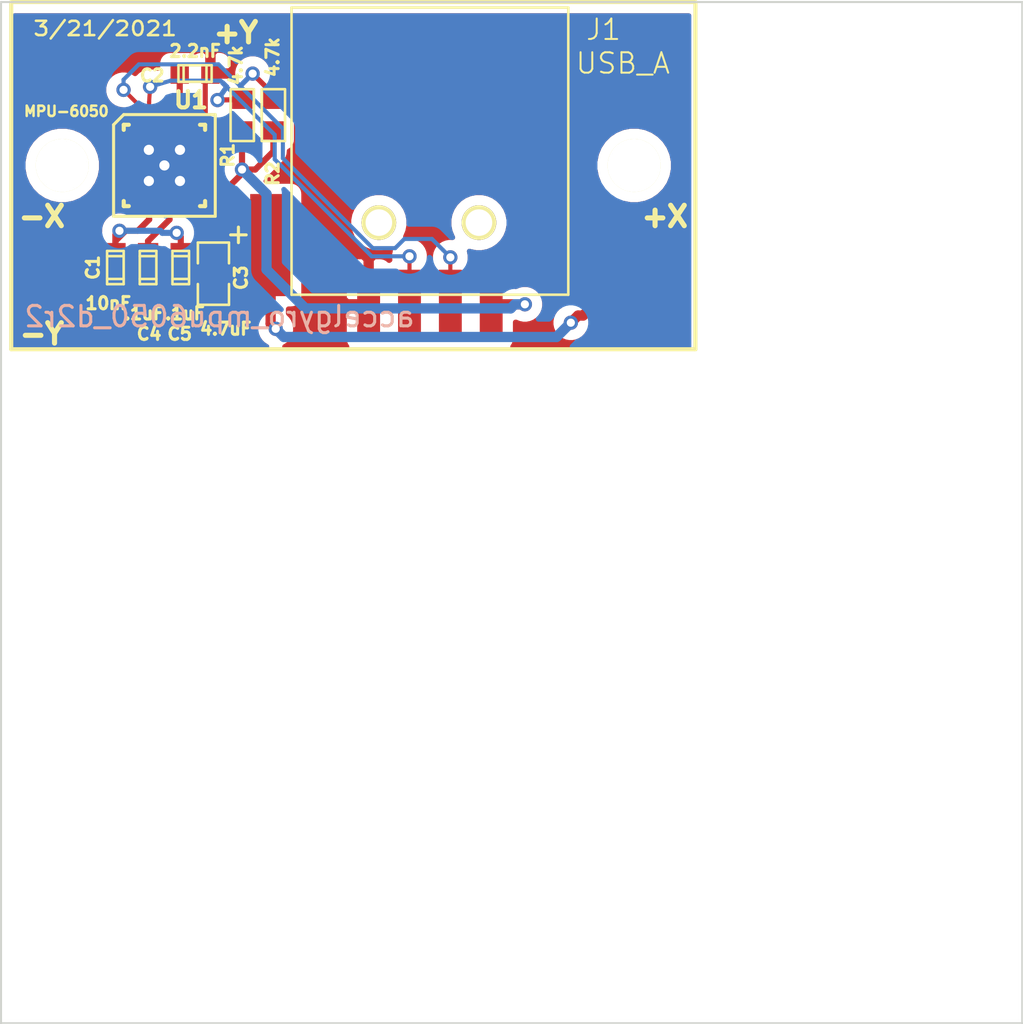
<source format=kicad_pcb>
(kicad_pcb (version 20171130) (host pcbnew 5.1.9-73d0e3b20d~88~ubuntu18.04.1)

  (general
    (thickness 1.6)
    (drawings 14)
    (tracks 118)
    (zones 0)
    (modules 11)
    (nets 8)
  )

  (page A)
  (layers
    (0 F.Cu signal)
    (31 B.Cu signal)
    (32 B.Adhes user)
    (33 F.Adhes user)
    (34 B.Paste user)
    (35 F.Paste user)
    (36 B.SilkS user)
    (37 F.SilkS user)
    (38 B.Mask user)
    (39 F.Mask user)
    (40 Dwgs.User user)
    (41 Cmts.User user)
    (42 Eco1.User user)
    (43 Eco2.User user)
    (44 Edge.Cuts user)
  )

  (setup
    (last_trace_width 0.5)
    (user_trace_width 0.1)
    (user_trace_width 0.15)
    (user_trace_width 0.2)
    (user_trace_width 0.25)
    (user_trace_width 0.3)
    (user_trace_width 0.35)
    (user_trace_width 0.4)
    (user_trace_width 0.5)
    (user_trace_width 0.6)
    (user_trace_width 0.7)
    (user_trace_width 0.8)
    (user_trace_width 1)
    (trace_clearance 0.05)
    (zone_clearance 0.5)
    (zone_45_only no)
    (trace_min 0.1)
    (via_size 0.7)
    (via_drill 0.4)
    (via_min_size 0.7)
    (via_min_drill 0.4)
    (uvia_size 0.4)
    (uvia_drill 0.127)
    (uvias_allowed no)
    (uvia_min_size 0.4)
    (uvia_min_drill 0.127)
    (edge_width 0.1)
    (segment_width 0.2)
    (pcb_text_width 0.3)
    (pcb_text_size 1.5 1.5)
    (mod_edge_width 0.15)
    (mod_text_size 1 1)
    (mod_text_width 0.15)
    (pad_size 0.6 0.6)
    (pad_drill 0.3)
    (pad_to_mask_clearance 0)
    (aux_axis_origin 0 0)
    (visible_elements 7FFFFFFF)
    (pcbplotparams
      (layerselection 0x010fc_ffffffff)
      (usegerberextensions true)
      (usegerberattributes false)
      (usegerberadvancedattributes false)
      (creategerberjobfile false)
      (excludeedgelayer true)
      (linewidth 0.150000)
      (plotframeref false)
      (viasonmask false)
      (mode 1)
      (useauxorigin false)
      (hpglpennumber 1)
      (hpglpenspeed 20)
      (hpglpendiameter 15.000000)
      (psnegative false)
      (psa4output false)
      (plotreference true)
      (plotvalue true)
      (plotinvisibletext false)
      (padsonsilk false)
      (subtractmaskfromsilk false)
      (outputformat 1)
      (mirror false)
      (drillshape 0)
      (scaleselection 1)
      (outputdirectory "PCB/"))
  )

  (net 0 "")
  (net 1 GND)
  (net 2 SCL)
  (net 3 SDA)
  (net 4 Vdd)
  (net 5 "Net-(C2-Pad1)")
  (net 6 "Net-(C4-Pad1)")
  (net 7 "Net-(J1-Pad5)")

  (net_class Default "This is the default net class."
    (clearance 0.05)
    (trace_width 0.5)
    (via_dia 0.7)
    (via_drill 0.4)
    (uvia_dia 0.4)
    (uvia_drill 0.127)
    (add_net GND)
    (add_net "Net-(C2-Pad1)")
    (add_net "Net-(C4-Pad1)")
    (add_net "Net-(J1-Pad5)")
    (add_net SCL)
    (add_net SDA)
    (add_net Vdd)
  )

  (module ted_holes:TED_Hole_2_6mm (layer F.Cu) (tedit 0) (tstamp 539CCC63)
    (at 138 100)
    (path /5365C78C)
    (fp_text reference H1 (at -0.05 -2.425) (layer F.SilkS) hide
      (effects (font (size 1 1) (thickness 0.15)))
    )
    (fp_text value HOLE (at 0.25 2.6) (layer F.SilkS) hide
      (effects (font (size 1 1) (thickness 0.15)))
    )
    (pad "" np_thru_hole circle (at 0 0) (size 2.6 2.6) (drill 2.6) (layers *.Cu *.Mask F.SilkS))
  )

  (module ted_holes:TED_Hole_2_6mm (layer F.Cu) (tedit 0) (tstamp 539CBF88)
    (at 166 100)
    (path /539CBE67)
    (fp_text reference H2 (at -0.05 -2.425) (layer F.SilkS) hide
      (effects (font (size 1 1) (thickness 0.15)))
    )
    (fp_text value HOLE (at 0.25 2.6) (layer F.SilkS) hide
      (effects (font (size 1 1) (thickness 0.15)))
    )
    (pad "" np_thru_hole circle (at 0 0) (size 2.6 2.6) (drill 2.6) (layers *.Cu *.Mask F.SilkS))
  )

  (module ted_capacitors:TED_SM0603_C (layer F.Cu) (tedit 5BF5AC07) (tstamp 566C9EAA)
    (at 140.6 105 270)
    (descr "SMT capacitor, 0603")
    (path /52959381)
    (fp_text reference C1 (at 0 1.1 270) (layer F.SilkS)
      (effects (font (size 0.6 0.6) (thickness 0.15)))
    )
    (fp_text value 10nF (at 1.75 0.35) (layer F.SilkS)
      (effects (font (size 0.6 0.6) (thickness 0.15)))
    )
    (fp_line (start -0.8128 0.4064) (end -0.8128 -0.4064) (layer F.SilkS) (width 0.127))
    (fp_line (start 0.8128 0.4064) (end -0.8128 0.4064) (layer F.SilkS) (width 0.127))
    (fp_line (start 0.8128 -0.4064) (end 0.8128 0.4064) (layer F.SilkS) (width 0.127))
    (fp_line (start -0.8128 -0.4064) (end 0.8128 -0.4064) (layer F.SilkS) (width 0.127))
    (fp_line (start -0.5588 -0.381) (end -0.5588 0.4064) (layer F.SilkS) (width 0.127))
    (fp_line (start 0.5588 0.4064) (end 0.5588 -0.4064) (layer F.SilkS) (width 0.127))
    (pad 2 smd rect (at 0.75184 0 270) (size 0.89916 1.00076) (layers F.Cu F.Paste F.Mask)
      (net 1 GND) (clearance 0.1))
    (pad 1 smd rect (at -0.75184 0 270) (size 0.89916 1.00076) (layers F.Cu F.Paste F.Mask)
      (net 4 Vdd) (clearance 0.1))
    (model smd/capacitors/c_0603.wrl
      (at (xyz 0 0 0))
      (scale (xyz 1 1 1))
      (rotate (xyz 0 0 0))
    )
  )

  (module ted_capacitors:TED_SM0603_C (layer F.Cu) (tedit 5BF5AA08) (tstamp 566C9EB5)
    (at 144.5 95.5)
    (descr "SMT capacitor, 0603")
    (path /57C66146)
    (fp_text reference C2 (at -2.1 0.1) (layer F.SilkS)
      (effects (font (size 0.6 0.6) (thickness 0.15)))
    )
    (fp_text value 2.2nF (at 0 -1.1 180) (layer F.SilkS)
      (effects (font (size 0.6 0.6) (thickness 0.15)))
    )
    (fp_line (start -0.8128 0.4064) (end -0.8128 -0.4064) (layer F.SilkS) (width 0.127))
    (fp_line (start 0.8128 0.4064) (end -0.8128 0.4064) (layer F.SilkS) (width 0.127))
    (fp_line (start 0.8128 -0.4064) (end 0.8128 0.4064) (layer F.SilkS) (width 0.127))
    (fp_line (start -0.8128 -0.4064) (end 0.8128 -0.4064) (layer F.SilkS) (width 0.127))
    (fp_line (start -0.5588 -0.381) (end -0.5588 0.4064) (layer F.SilkS) (width 0.127))
    (fp_line (start 0.5588 0.4064) (end 0.5588 -0.4064) (layer F.SilkS) (width 0.127))
    (pad 2 smd rect (at 0.75184 0) (size 0.89916 1.00076) (layers F.Cu F.Paste F.Mask)
      (net 1 GND) (clearance 0.1))
    (pad 1 smd rect (at -0.75184 0) (size 0.89916 1.00076) (layers F.Cu F.Paste F.Mask)
      (net 5 "Net-(C2-Pad1)") (clearance 0.1))
    (model smd/capacitors/c_0603.wrl
      (at (xyz 0 0 0))
      (scale (xyz 1 1 1))
      (rotate (xyz 0 0 0))
    )
  )

  (module ted_capacitors:TED_SM0603_C (layer F.Cu) (tedit 5BF5AC1D) (tstamp 566C9EC0)
    (at 142.2 105 270)
    (descr "SMT capacitor, 0603")
    (path /52A5541B)
    (fp_text reference C4 (at 3.25 -0.05) (layer F.SilkS)
      (effects (font (size 0.6 0.6) (thickness 0.15)))
    )
    (fp_text value .1uF (at 2.25 0.2) (layer F.SilkS)
      (effects (font (size 0.6 0.6) (thickness 0.15)))
    )
    (fp_line (start -0.8128 0.4064) (end -0.8128 -0.4064) (layer F.SilkS) (width 0.127))
    (fp_line (start 0.8128 0.4064) (end -0.8128 0.4064) (layer F.SilkS) (width 0.127))
    (fp_line (start 0.8128 -0.4064) (end 0.8128 0.4064) (layer F.SilkS) (width 0.127))
    (fp_line (start -0.8128 -0.4064) (end 0.8128 -0.4064) (layer F.SilkS) (width 0.127))
    (fp_line (start -0.5588 -0.381) (end -0.5588 0.4064) (layer F.SilkS) (width 0.127))
    (fp_line (start 0.5588 0.4064) (end 0.5588 -0.4064) (layer F.SilkS) (width 0.127))
    (pad 2 smd rect (at 0.75184 0 270) (size 0.89916 1.00076) (layers F.Cu F.Paste F.Mask)
      (net 1 GND) (clearance 0.1))
    (pad 1 smd rect (at -0.75184 0 270) (size 0.89916 1.00076) (layers F.Cu F.Paste F.Mask)
      (net 6 "Net-(C4-Pad1)") (clearance 0.1))
    (model smd/capacitors/c_0603.wrl
      (at (xyz 0 0 0))
      (scale (xyz 1 1 1))
      (rotate (xyz 0 0 0))
    )
  )

  (module ted_capacitors:TED_SM0603_C (layer F.Cu) (tedit 5BF5AC1A) (tstamp 57C79B6F)
    (at 143.8 105 270)
    (descr "SMT capacitor, 0603")
    (path /57C65F54)
    (fp_text reference C5 (at 3.25 0.05) (layer F.SilkS)
      (effects (font (size 0.6 0.6) (thickness 0.15)))
    )
    (fp_text value .1uF (at 2.25 -0.2) (layer F.SilkS)
      (effects (font (size 0.6 0.6) (thickness 0.15)))
    )
    (fp_line (start -0.8128 0.4064) (end -0.8128 -0.4064) (layer F.SilkS) (width 0.127))
    (fp_line (start 0.8128 0.4064) (end -0.8128 0.4064) (layer F.SilkS) (width 0.127))
    (fp_line (start 0.8128 -0.4064) (end 0.8128 0.4064) (layer F.SilkS) (width 0.127))
    (fp_line (start -0.8128 -0.4064) (end 0.8128 -0.4064) (layer F.SilkS) (width 0.127))
    (fp_line (start -0.5588 -0.381) (end -0.5588 0.4064) (layer F.SilkS) (width 0.127))
    (fp_line (start 0.5588 0.4064) (end 0.5588 -0.4064) (layer F.SilkS) (width 0.127))
    (pad 2 smd rect (at 0.75184 0 270) (size 0.89916 1.00076) (layers F.Cu F.Paste F.Mask)
      (net 1 GND) (clearance 0.1))
    (pad 1 smd rect (at -0.75184 0 270) (size 0.89916 1.00076) (layers F.Cu F.Paste F.Mask)
      (net 4 Vdd) (clearance 0.1))
    (model smd/capacitors/c_0603.wrl
      (at (xyz 0 0 0))
      (scale (xyz 1 1 1))
      (rotate (xyz 0 0 0))
    )
  )

  (module ted_ICs:TED_QFN24+1_NO_PASTE (layer F.Cu) (tedit 5BF5AA04) (tstamp 57C79B70)
    (at 143 100)
    (path /57C65137)
    (fp_text reference U1 (at 1.3 -3.2) (layer F.SilkS)
      (effects (font (size 0.8 0.8) (thickness 0.2)))
    )
    (fp_text value MPU-6050 (at -4.8 -2.65) (layer F.SilkS)
      (effects (font (size 0.5 0.5) (thickness 0.125)))
    )
    (fp_line (start 2.4892 -2.4892) (end 2.4892 2.4892) (layer F.SilkS) (width 0.14986))
    (fp_line (start 2.4892 2.4892) (end -2.4892 2.4892) (layer F.SilkS) (width 0.14986))
    (fp_line (start 1.99136 -1.99136) (end 1.99136 -1.74244) (layer F.SilkS) (width 0.20066))
    (fp_line (start 1.74244 -1.99136) (end 1.99136 -1.99136) (layer F.SilkS) (width 0.20066))
    (fp_line (start 1.99136 1.99136) (end 1.74244 1.99136) (layer F.SilkS) (width 0.20066))
    (fp_line (start 1.99136 1.74244) (end 1.99136 1.99136) (layer F.SilkS) (width 0.20066))
    (fp_line (start -1.99136 1.99136) (end -1.99136 1.74244) (layer F.SilkS) (width 0.20066))
    (fp_line (start -1.74244 1.99136) (end -1.99136 1.99136) (layer F.SilkS) (width 0.20066))
    (fp_line (start -1.99136 -1.99136) (end -1.74244 -1.99136) (layer F.SilkS) (width 0.20066))
    (fp_line (start -1.99136 -1.74244) (end -1.99136 -1.99136) (layer F.SilkS) (width 0.20066))
    (fp_line (start -2.4892 -1.99136) (end -1.99136 -2.4892) (layer F.SilkS) (width 0.14986))
    (fp_line (start -2.4892 -1.99136) (end -2.4892 2.4892) (layer F.SilkS) (width 0.14986))
    (fp_line (start -1.99136 -2.4892) (end 2.4892 -2.4892) (layer F.SilkS) (width 0.14986))
    (pad 25 smd rect (at 0 0 270) (size 2.49936 2.49936) (layers F.Cu F.Mask)
      (net 1 GND) (zone_connect 2))
    (pad 1 smd oval (at -1.99898 -1.24968) (size 0.8001 0.24892) (layers F.Cu F.Paste F.Mask)
      (net 1 GND))
    (pad 2 smd oval (at -1.99898 -0.7493) (size 0.8001 0.24892) (layers F.Cu F.Paste F.Mask))
    (pad 3 smd oval (at -1.99898 -0.24892) (size 0.8001 0.24892) (layers F.Cu F.Paste F.Mask))
    (pad 4 smd oval (at -1.99898 0.24892) (size 0.8001 0.24892) (layers F.Cu F.Paste F.Mask))
    (pad 5 smd oval (at -1.99898 0.7493) (size 0.8001 0.24892) (layers F.Cu F.Paste F.Mask))
    (pad 6 smd oval (at -1.99898 1.24968) (size 0.8001 0.24892) (layers F.Cu F.Paste F.Mask))
    (pad 7 smd oval (at -1.24968 1.99898 90) (size 0.8001 0.24892) (layers F.Cu F.Paste F.Mask))
    (pad 8 smd oval (at -0.7493 1.99898 90) (size 0.8001 0.24892) (layers F.Cu F.Paste F.Mask)
      (net 4 Vdd))
    (pad 9 smd oval (at -0.24892 1.99898 90) (size 0.8001 0.24892) (layers F.Cu F.Paste F.Mask)
      (net 1 GND))
    (pad 10 smd oval (at 0.24892 1.99898 90) (size 0.8001 0.24892) (layers F.Cu F.Paste F.Mask)
      (net 6 "Net-(C4-Pad1)"))
    (pad 11 smd oval (at 0.7493 1.99898 90) (size 0.8001 0.24892) (layers F.Cu F.Paste F.Mask)
      (net 1 GND))
    (pad 12 smd oval (at 1.24968 1.99898 90) (size 0.8001 0.24892) (layers F.Cu F.Paste F.Mask))
    (pad 13 smd oval (at 1.99898 1.24968 180) (size 0.8001 0.24892) (layers F.Cu F.Paste F.Mask)
      (net 4 Vdd))
    (pad 14 smd oval (at 1.99898 0.7493 180) (size 0.8001 0.24892) (layers F.Cu F.Paste F.Mask))
    (pad 15 smd oval (at 1.99898 0.24892 180) (size 0.8001 0.24892) (layers F.Cu F.Paste F.Mask))
    (pad 16 smd oval (at 1.99898 -0.24892 180) (size 0.8001 0.24892) (layers F.Cu F.Paste F.Mask))
    (pad 17 smd oval (at 1.99898 -0.7493 180) (size 0.8001 0.24892) (layers F.Cu F.Paste F.Mask))
    (pad 18 smd oval (at 1.99898 -1.24968 180) (size 0.8001 0.24892) (layers F.Cu F.Paste F.Mask)
      (net 1 GND))
    (pad 19 smd oval (at 1.24968 -1.99898 270) (size 0.8001 0.24892) (layers F.Cu F.Paste F.Mask))
    (pad 20 smd oval (at 0.7493 -1.99898 270) (size 0.8001 0.24892) (layers F.Cu F.Paste F.Mask)
      (net 5 "Net-(C2-Pad1)"))
    (pad 21 smd oval (at 0.24892 -1.99898 270) (size 0.8001 0.24892) (layers F.Cu F.Paste F.Mask))
    (pad 22 smd oval (at -0.24892 -1.99898 270) (size 0.8001 0.24892) (layers F.Cu F.Paste F.Mask))
    (pad 23 smd oval (at -0.7493 -1.99898 270) (size 0.8001 0.24892) (layers F.Cu F.Paste F.Mask)
      (net 2 SCL))
    (pad 24 smd oval (at -1.24968 -1.99898 270) (size 0.8001 0.24892) (layers F.Cu F.Paste F.Mask)
      (net 3 SDA))
    (pad 25 thru_hole circle (at 0 0 270) (size 0.6 0.6) (drill 0.5) (layers *.Cu)
      (net 1 GND) (zone_connect 2))
    (pad 25 thru_hole circle (at 0.762 -0.762 270) (size 0.6 0.6) (drill 0.5) (layers *.Cu)
      (net 1 GND) (zone_connect 2))
    (pad 25 thru_hole circle (at -0.762 -0.762 270) (size 0.6 0.6) (drill 0.5) (layers *.Cu)
      (net 1 GND) (zone_connect 2))
    (pad 25 thru_hole circle (at 0.762 0.762 270) (size 0.6 0.6) (drill 0.5) (layers *.Cu)
      (net 1 GND) (zone_connect 2))
    (pad 25 thru_hole circle (at -0.762 0.762 270) (size 0.6 0.6) (drill 0.5) (layers *.Cu)
      (net 1 GND) (zone_connect 2))
    (pad 25 smd rect (at 0 0 270) (size 2.49936 2.49936) (layers B.Cu B.Mask)
      (net 1 GND) (zone_connect 2))
    (model smd/qfn24.wrl
      (at (xyz 0 0 0))
      (scale (xyz 1 1 1))
      (rotate (xyz 0 0 0))
    )
  )

  (module ted_capacitors:TED_SM2012_0805_ELEC_C (layer F.Cu) (tedit 5BF5ABDC) (tstamp 593DCF3E)
    (at 145.4 105.3 270)
    (path /54A72EF7)
    (attr smd)
    (fp_text reference C3 (at 0.2 -1.35 270) (layer F.SilkS)
      (effects (font (size 0.6 0.6) (thickness 0.15)))
    )
    (fp_text value 4.7uF (at 2.7 -0.6 180) (layer F.SilkS)
      (effects (font (size 0.6 0.6) (thickness 0.15)))
    )
    (fp_line (start 1.524 0.762) (end 0.508 0.762) (layer F.SilkS) (width 0.127))
    (fp_line (start 1.524 -0.762) (end 1.524 0.762) (layer F.SilkS) (width 0.127))
    (fp_line (start 0.508 -0.762) (end 1.524 -0.762) (layer F.SilkS) (width 0.127))
    (fp_line (start -1.524 -0.762) (end -0.508 -0.762) (layer F.SilkS) (width 0.127))
    (fp_line (start -1.524 0.762) (end -1.524 -0.762) (layer F.SilkS) (width 0.127))
    (fp_line (start -0.508 0.762) (end -1.524 0.762) (layer F.SilkS) (width 0.127))
    (fp_text user + (at -1.9 -1.15 270) (layer F.SilkS)
      (effects (font (size 1 1) (thickness 0.15)))
    )
    (pad 1 smd rect (at -0.9525 0 270) (size 0.889 1.397) (layers F.Cu F.Paste F.Mask)
      (net 4 Vdd))
    (pad 2 smd rect (at 0.9525 0 270) (size 0.889 1.397) (layers F.Cu F.Paste F.Mask)
      (net 1 GND))
    (model smd/chip_cms.wrl
      (at (xyz 0 0 0))
      (scale (xyz 0.1 0.1 0.1))
      (rotate (xyz 0 0 0))
    )
  )

  (module ted_connectors:TED_USB_A_SMD (layer F.Cu) (tedit 57C90BF3) (tstamp 5FD1FC5E)
    (at 156 99.3 180)
    (path /60286078)
    (fp_text reference J1 (at -8.5 5.95) (layer F.SilkS)
      (effects (font (size 1.00076 1.00076) (thickness 0.09906)))
    )
    (fp_text value USB_A (at -9.45 4.3) (layer F.SilkS)
      (effects (font (size 1.00076 1.00076) (thickness 0.09906)))
    )
    (fp_line (start -6.775 -7.03) (end -6.775 7.03) (layer F.SilkS) (width 0.127))
    (fp_line (start 6.775 7.03) (end -6.775 7.03) (layer F.SilkS) (width 0.127))
    (fp_line (start 6.775 -7.03) (end 6.775 7.03) (layer F.SilkS) (width 0.127))
    (fp_line (start -6.775 -7.03) (end 6.775 -7.03) (layer F.SilkS) (width 0.127))
    (pad 5 smd rect (at 7.8 -4.6 180) (size 2 5) (layers F.Cu F.Paste F.Mask)
      (net 7 "Net-(J1-Pad5)"))
    (pad 5 smd rect (at -7.8 -4.6 180) (size 2 5) (layers F.Cu F.Paste F.Mask)
      (net 7 "Net-(J1-Pad5)"))
    (pad "" np_thru_hole circle (at 2.5 -3.5 180) (size 1.7 1.7) (drill 1.3) (layers *.Cu *.Mask F.SilkS))
    (pad 4 smd rect (at 3 -7.5 180) (size 1.12 3.39) (layers F.Cu F.Paste F.Mask)
      (net 1 GND))
    (pad 1 smd rect (at -3 -7.5 180) (size 1.12 3.39) (layers F.Cu F.Paste F.Mask)
      (net 4 Vdd))
    (pad 2 smd rect (at -1 -7.5 180) (size 1.12 3.39) (layers F.Cu F.Paste F.Mask)
      (net 3 SDA))
    (pad 3 smd rect (at 1 -7.5 180) (size 1.12 3.39) (layers F.Cu F.Paste F.Mask)
      (net 2 SCL))
    (pad "" np_thru_hole circle (at -2.4 -3.5 180) (size 1.7 1.7) (drill 1.3) (layers *.Cu *.Mask F.SilkS))
  )

  (module ted_resistors:TED_SM0603_R (layer F.Cu) (tedit 590515EF) (tstamp 6057E36C)
    (at 146.812 97.536 90)
    (descr "SMT resistor, 0603")
    (path /605EF2DE)
    (fp_text reference R1 (at -1.964 -0.712 90) (layer F.SilkS)
      (effects (font (size 0.6 0.6) (thickness 0.15)))
    )
    (fp_text value 4.7k (at 2.436 -0.312 90) (layer F.SilkS)
      (effects (font (size 0.6 0.6) (thickness 0.15)))
    )
    (fp_line (start 1.25 0.57) (end -1.25 0.57) (layer F.SilkS) (width 0.127))
    (fp_line (start -1.25 -0.57) (end 1.25 -0.57) (layer F.SilkS) (width 0.127))
    (fp_line (start 1.27 -0.57) (end 1.27 0.57) (layer F.SilkS) (width 0.127))
    (fp_line (start -1.27 -0.57) (end -1.27 0.57) (layer F.SilkS) (width 0.127))
    (pad 2 smd rect (at 0.75184 0 90) (size 0.89916 1.00076) (layers F.Cu F.Paste F.Mask)
      (net 2 SCL) (clearance 0.1))
    (pad 1 smd rect (at -0.75184 0 90) (size 0.89916 1.00076) (layers F.Cu F.Paste F.Mask)
      (net 4 Vdd) (clearance 0.1))
    (model smd/capacitors/c_0603.wrl
      (at (xyz 0 0 0))
      (scale (xyz 1 1 1))
      (rotate (xyz 0 0 0))
    )
  )

  (module ted_resistors:TED_SM0603_R (layer F.Cu) (tedit 590515EF) (tstamp 6057E376)
    (at 148.336 97.536 90)
    (descr "SMT resistor, 0603")
    (path /605F0043)
    (fp_text reference R2 (at -2.864 -0.036 90) (layer F.SilkS)
      (effects (font (size 0.6 0.6) (thickness 0.15)))
    )
    (fp_text value 4.7k (at 2.836 -0.036 90) (layer F.SilkS)
      (effects (font (size 0.6 0.6) (thickness 0.15)))
    )
    (fp_line (start -1.27 -0.57) (end -1.27 0.57) (layer F.SilkS) (width 0.127))
    (fp_line (start 1.27 -0.57) (end 1.27 0.57) (layer F.SilkS) (width 0.127))
    (fp_line (start -1.25 -0.57) (end 1.25 -0.57) (layer F.SilkS) (width 0.127))
    (fp_line (start 1.25 0.57) (end -1.25 0.57) (layer F.SilkS) (width 0.127))
    (pad 1 smd rect (at -0.75184 0 90) (size 0.89916 1.00076) (layers F.Cu F.Paste F.Mask)
      (net 4 Vdd) (clearance 0.1))
    (pad 2 smd rect (at 0.75184 0 90) (size 0.89916 1.00076) (layers F.Cu F.Paste F.Mask)
      (net 3 SDA) (clearance 0.1))
    (model smd/capacitors/c_0603.wrl
      (at (xyz 0 0 0))
      (scale (xyz 1 1 1))
      (rotate (xyz 0 0 0))
    )
  )

  (gr_text +Y (at 146.5 93.5) (layer F.SilkS) (tstamp 5BF5AB46)
    (effects (font (size 1 1) (thickness 0.25)))
  )
  (gr_line (start 169 92) (end 135.5 92) (angle 90) (layer F.SilkS) (width 0.2))
  (gr_line (start 169 109) (end 169 92) (angle 90) (layer F.SilkS) (width 0.2))
  (gr_line (start 135.5 109) (end 169 109) (angle 90) (layer F.SilkS) (width 0.2))
  (gr_line (start 135.5 92) (end 135.5 109) (angle 90) (layer F.SilkS) (width 0.2))
  (gr_line (start 135 142) (end 185 142) (angle 90) (layer Edge.Cuts) (width 0.1))
  (gr_line (start 185 92) (end 185 142) (angle 90) (layer Edge.Cuts) (width 0.1))
  (gr_line (start 135 92) (end 185 92) (angle 90) (layer Edge.Cuts) (width 0.1))
  (gr_line (start 135 92) (end 135 142) (angle 90) (layer Edge.Cuts) (width 0.1))
  (gr_text 3/21/2021 (at 140.1 93.3) (layer F.SilkS)
    (effects (font (size 0.7 0.8) (thickness 0.125)))
  )
  (gr_text -X (at 137 102.5) (layer F.SilkS)
    (effects (font (size 1 1) (thickness 0.25)))
  )
  (gr_text +X (at 167.5 102.5) (layer F.SilkS)
    (effects (font (size 1 1) (thickness 0.25)))
  )
  (gr_text -Y (at 137 108.25) (layer F.SilkS)
    (effects (font (size 1 1) (thickness 0.25)))
  )
  (gr_text accelgyro_mpu6050_d2r2 (at 145.7 107.4) (layer B.SilkS)
    (effects (font (size 1 1) (thickness 0.15)) (justify mirror))
  )

  (segment (start 144.24968 98.75032) (end 143 100) (width 0.3) (layer F.Cu) (net 1) (tstamp 5BF5A8A7) (status 30))
  (segment (start 141.75032 98.75032) (end 143 100) (width 0.3) (layer F.Cu) (net 1) (tstamp 5BF5A8A4) (status 30))
  (segment (start 143.14925 100) (end 143 100) (width 0.2) (layer F.Cu) (net 1) (status 30))
  (segment (start 144.39893 98.75032) (end 143.14925 100) (width 0.2) (layer F.Cu) (net 1) (status 20))
  (segment (start 144.99898 98.75032) (end 144.39893 98.75032) (width 0.2) (layer F.Cu) (net 1) (status 10))
  (segment (start 141.75032 98.75032) (end 142.238 99.238) (width 0.2) (layer F.Cu) (net 1) (status 30))
  (segment (start 141.00102 98.75032) (end 141.75032 98.75032) (width 0.2) (layer F.Cu) (net 1) (status 30))
  (segment (start 142.75108 100.24892) (end 143 100) (width 0.2) (layer F.Cu) (net 1) (status 30))
  (segment (start 142.75108 101.99898) (end 142.75108 100.24892) (width 0.2) (layer F.Cu) (net 1) (status 30))
  (segment (start 143.7493 100.7493) (end 143 100) (width 0.2) (layer F.Cu) (net 1) (status 30))
  (segment (start 143.7493 101.99898) (end 143.7493 100.7493) (width 0.2) (layer F.Cu) (net 1) (status 30))
  (segment (start 145.4 107.197) (end 145.4 106.2525) (width 0.5) (layer F.Cu) (net 1) (status 20))
  (segment (start 145.4 107.197) (end 145.147 107.45) (width 0.5) (layer F.Cu) (net 1))
  (segment (start 143.8 107.2) (end 143.8 105.75184) (width 0.5) (layer F.Cu) (net 1) (status 20))
  (segment (start 144.05 107.45) (end 143.8 107.2) (width 0.5) (layer F.Cu) (net 1))
  (segment (start 144.55 107.45) (end 144.05 107.45) (width 0.5) (layer F.Cu) (net 1))
  (segment (start 145.147 107.45) (end 144.55 107.45) (width 0.5) (layer F.Cu) (net 1))
  (segment (start 142.2 107.2) (end 142.2 105.75184) (width 0.5) (layer F.Cu) (net 1) (status 20))
  (segment (start 142.45 107.45) (end 142.2 107.2) (width 0.5) (layer F.Cu) (net 1))
  (segment (start 143.3 107.45) (end 142.45 107.45) (width 0.5) (layer F.Cu) (net 1))
  (segment (start 143.3 107.45) (end 141.25 107.45) (width 0.5) (layer F.Cu) (net 1))
  (segment (start 144.55 107.45) (end 143.3 107.45) (width 0.5) (layer F.Cu) (net 1))
  (segment (start 140.6 106.8) (end 140.6 105.75184) (width 0.5) (layer F.Cu) (net 1) (status 20))
  (segment (start 141.25 107.45) (end 140.6 106.8) (width 0.5) (layer F.Cu) (net 1))
  (segment (start 144.99898 95.75286) (end 145.25184 95.5) (width 0.25) (layer F.Cu) (net 1))
  (segment (start 144.99898 98.75032) (end 144.99898 95.75286) (width 0.25) (layer F.Cu) (net 1))
  (segment (start 141.00102 98.75032) (end 140.15032 98.75032) (width 0.25) (layer F.Cu) (net 1))
  (via (at 155 104.45) (size 0.7) (drill 0.4) (layers F.Cu B.Cu) (net 2))
  (segment (start 155 106.8) (end 155 104.45) (width 0.2) (layer F.Cu) (net 2) (status 10))
  (segment (start 142.3 96.15) (end 142.2507 96.8993) (width 0.2) (layer F.Cu) (net 2))
  (segment (start 153.15 104.45) (end 155 104.45) (width 0.2) (layer B.Cu) (net 2))
  (segment (start 142.2507 96.8993) (end 142.2507 98.00102) (width 0.2) (layer F.Cu) (net 2) (status 20))
  (segment (start 142.3 96.15) (end 143.3 95.85) (width 0.2) (layer B.Cu) (net 2))
  (via (at 142.3 96.15) (size 0.7) (drill 0.4) (layers F.Cu B.Cu) (net 2))
  (segment (start 148.4 98.5) (end 148.4 99.7) (width 0.2) (layer B.Cu) (net 2))
  (segment (start 148.4 99.7) (end 153.15 104.45) (width 0.2) (layer B.Cu) (net 2))
  (segment (start 143.3 95.85) (end 145.75 95.85) (width 0.2) (layer B.Cu) (net 2))
  (segment (start 145.75 95.85) (end 145.854 95.954) (width 0.2) (layer B.Cu) (net 2))
  (segment (start 145.854 95.954) (end 148.4 98.5) (width 0.2) (layer B.Cu) (net 2))
  (segment (start 146.05 96.15) (end 145.854 95.954) (width 0.25) (layer B.Cu) (net 2))
  (segment (start 145.6 96.8) (end 146.05 96.15) (width 0.25) (layer B.Cu) (net 2))
  (segment (start 146.31416 96.78416) (end 146.812 96.78416) (width 0.25) (layer F.Cu) (net 2))
  (via (at 145.6 96.8) (size 0.7) (drill 0.4) (layers F.Cu B.Cu) (net 2))
  (segment (start 145.6 96.8) (end 146.31416 96.78416) (width 0.25) (layer F.Cu) (net 2))
  (via (at 157 104.5) (size 0.7) (drill 0.4) (layers F.Cu B.Cu) (net 3))
  (segment (start 157 106.8) (end 157 104.5) (width 0.2) (layer F.Cu) (net 3) (status 10))
  (segment (start 157 104.5) (end 156.650001 104.150001) (width 0.2) (layer B.Cu) (net 3))
  (segment (start 156.650001 104.150001) (end 156.1 103.6) (width 0.2) (layer B.Cu) (net 3))
  (segment (start 156.1 103.6) (end 154.75 103.6) (width 0.2) (layer B.Cu) (net 3))
  (segment (start 154.75 103.6) (end 154.3 104.05) (width 0.2) (layer B.Cu) (net 3))
  (segment (start 154.3 104.05) (end 153.2 104.05) (width 0.2) (layer B.Cu) (net 3))
  (segment (start 153.2 104.05) (end 148.8 99.65) (width 0.2) (layer B.Cu) (net 3))
  (segment (start 148.8 99.65) (end 148.8 98.2) (width 0.2) (layer B.Cu) (net 3))
  (segment (start 145.65 95.05) (end 141.75 95.05) (width 0.2) (layer B.Cu) (net 3))
  (via (at 141 96.3) (size 0.7) (drill 0.4) (layers F.Cu B.Cu) (net 3))
  (segment (start 141.75 95.05) (end 141 95.8) (width 0.2) (layer B.Cu) (net 3))
  (segment (start 141 95.8) (end 141 96.3) (width 0.2) (layer B.Cu) (net 3))
  (segment (start 141.75032 97.05032) (end 141.75032 98.00102) (width 0.2) (layer F.Cu) (net 3) (status 20))
  (segment (start 141 96.3) (end 141.75032 97.05032) (width 0.2) (layer F.Cu) (net 3))
  (via (at 147.32 95.504) (size 0.7) (drill 0.4) (layers F.Cu B.Cu) (net 3))
  (segment (start 148.336 96.78416) (end 148.336 96.52) (width 0.25) (layer F.Cu) (net 3))
  (segment (start 148.336 96.52) (end 147.32 95.504) (width 0.25) (layer F.Cu) (net 3))
  (segment (start 148.8 98.2) (end 146.712 96.112) (width 0.2) (layer B.Cu) (net 3))
  (segment (start 147.32 95.504) (end 146.712 96.112) (width 0.25) (layer B.Cu) (net 3))
  (segment (start 146.712 96.112) (end 145.65 95.05) (width 0.2) (layer B.Cu) (net 3))
  (via (at 146.8 100.2) (size 0.7) (drill 0.4) (layers F.Cu B.Cu) (net 4))
  (segment (start 140.6 104.24816) (end 140.6 103.4) (width 0.3) (layer F.Cu) (net 4) (status 10))
  (segment (start 143.8 103.5) (end 143.8 104.24816) (width 0.3) (layer F.Cu) (net 4) (tstamp 5BF5A983) (status 20))
  (segment (start 143.6 103.3) (end 143.8 103.5) (width 0.3) (layer F.Cu) (net 4) (tstamp 5BF5A982))
  (via (at 143.6 103.3) (size 0.7) (drill 0.4) (layers F.Cu B.Cu) (net 4))
  (segment (start 142.9 103.3) (end 143.6 103.3) (width 0.3) (layer B.Cu) (net 4) (tstamp 5BF5A980))
  (segment (start 142.8 103.2) (end 142.9 103.3) (width 0.3) (layer B.Cu) (net 4) (tstamp 5BF5A97F))
  (segment (start 140.8 103.2) (end 142.8 103.2) (width 0.3) (layer B.Cu) (net 4) (tstamp 5BF5A97E))
  (via (at 140.8 103.2) (size 0.7) (drill 0.4) (layers F.Cu B.Cu) (net 4))
  (segment (start 140.6 103.4) (end 140.8 103.2) (width 0.3) (layer F.Cu) (net 4) (tstamp 5BF5A97C))
  (segment (start 144.99898 101.24968) (end 145.95032 101.24968) (width 0.3) (layer F.Cu) (net 4) (status 10))
  (segment (start 145.95032 101.24968) (end 146.9 100.3) (width 0.3) (layer F.Cu) (net 4) (tstamp 5BF5A897))
  (segment (start 140.6 103.7) (end 140.6 104.24816) (width 0.3) (layer F.Cu) (net 4) (tstamp 5BF5A760) (status 20))
  (segment (start 141.1 103.2) (end 140.6 103.7) (width 0.3) (layer F.Cu) (net 4) (tstamp 5BF5A75F))
  (segment (start 141.7 103.2) (end 141.1 103.2) (width 0.3) (layer F.Cu) (net 4) (tstamp 5BF5A75E))
  (segment (start 142.2507 102.6493) (end 141.7 103.2) (width 0.3) (layer F.Cu) (net 4) (tstamp 5BF5A75D))
  (segment (start 142.2507 101.99898) (end 142.2507 102.6493) (width 0.3) (layer F.Cu) (net 4) (status 10))
  (segment (start 143.89934 104.3475) (end 143.8 104.24816) (width 0.3) (layer F.Cu) (net 4) (tstamp 5BF5A756) (status 30))
  (segment (start 145.4 104.3475) (end 143.89934 104.3475) (width 0.3) (layer F.Cu) (net 4) (status 30))
  (segment (start 145.4 102.5) (end 145.4 104.3475) (width 0.3) (layer F.Cu) (net 4) (tstamp 5BF5A753) (status 20))
  (segment (start 144.99898 102.09898) (end 145.4 102.5) (width 0.3) (layer F.Cu) (net 4) (tstamp 5BF5A752))
  (segment (start 144.99898 101.24968) (end 144.99898 102.09898) (width 0.3) (layer F.Cu) (net 4) (status 10))
  (via (at 160.65 106.8) (size 0.7) (drill 0.4) (layers F.Cu B.Cu) (net 4))
  (segment (start 159 106.8) (end 160.65 106.8) (width 0.5) (layer F.Cu) (net 4) (status 10))
  (segment (start 160.155026 106.8) (end 159.955026 107) (width 0.5) (layer B.Cu) (net 4))
  (segment (start 160.65 106.8) (end 160.155026 106.8) (width 0.5) (layer B.Cu) (net 4))
  (segment (start 159.955026 107) (end 149.9 107) (width 0.5) (layer B.Cu) (net 4))
  (segment (start 149.9 107) (end 148 105.1) (width 0.5) (layer B.Cu) (net 4))
  (segment (start 148 101.4) (end 146.8 100.2) (width 0.5) (layer B.Cu) (net 4))
  (segment (start 148 105.1) (end 148 101.4) (width 0.5) (layer B.Cu) (net 4))
  (segment (start 146.8 98.324278) (end 146.824219 98.300059) (width 0.3) (layer F.Cu) (net 4))
  (segment (start 146.8 100.2) (end 146.8 98.324278) (width 0.3) (layer F.Cu) (net 4))
  (segment (start 146.8 100.2) (end 147.45 100.2) (width 0.3) (layer F.Cu) (net 4))
  (segment (start 148.336 99.314) (end 148.336 98.28784) (width 0.3) (layer F.Cu) (net 4))
  (segment (start 147.45 100.2) (end 148.336 99.314) (width 0.3) (layer F.Cu) (net 4))
  (segment (start 143.7493 95.50114) (end 143.74816 95.5) (width 0.3) (layer F.Cu) (net 5) (tstamp 5BF5A74F) (status 30))
  (segment (start 143.7493 98.00102) (end 143.7493 95.50114) (width 0.3) (layer F.Cu) (net 5) (status 30))
  (segment (start 142.2 103.7) (end 142.2 104.24816) (width 0.3) (layer F.Cu) (net 6) (tstamp 5BF5A75A) (status 20))
  (segment (start 143.24892 102.65108) (end 142.2 103.7) (width 0.3) (layer F.Cu) (net 6) (tstamp 5BF5A759))
  (segment (start 143.24892 101.99898) (end 143.24892 102.65108) (width 0.3) (layer F.Cu) (net 6) (status 10))
  (segment (start 148.2 106.9) (end 148.11001 106.98999) (width 0.5) (layer F.Cu) (net 7))
  (segment (start 148.2 103.9) (end 148.2 106.9) (width 0.5) (layer F.Cu) (net 7) (status 10))
  (via (at 148.45 108) (size 0.7) (drill 0.4) (layers F.Cu B.Cu) (net 7))
  (segment (start 148.2 106.9) (end 148.2 107.75) (width 0.5) (layer F.Cu) (net 7))
  (segment (start 148.2 107.75) (end 148.45 108) (width 0.5) (layer F.Cu) (net 7))
  (segment (start 148.45 108) (end 148.85 108.4) (width 0.5) (layer B.Cu) (net 7))
  (via (at 162.9 107.7) (size 0.7) (drill 0.4) (layers F.Cu B.Cu) (net 7))
  (segment (start 148.85 108.4) (end 162.2 108.4) (width 0.5) (layer B.Cu) (net 7))
  (segment (start 162.2 108.4) (end 162.9 107.7) (width 0.5) (layer B.Cu) (net 7))
  (segment (start 163.249999 107.350001) (end 163.500001 107.350001) (width 0.5) (layer F.Cu) (net 7))
  (segment (start 162.9 107.7) (end 163.249999 107.350001) (width 0.5) (layer F.Cu) (net 7))
  (segment (start 163.8 107.050002) (end 163.8 103.9) (width 0.5) (layer F.Cu) (net 7) (status 20))
  (segment (start 163.500001 107.350001) (end 163.8 107.050002) (width 0.5) (layer F.Cu) (net 7))

  (zone (net 1) (net_name GND) (layer B.Cu) (tstamp 60581B8B) (hatch edge 0.508)
    (connect_pads (clearance 0.5))
    (min_thickness 0.254)
    (fill yes (arc_segments 16) (thermal_gap 0.508) (thermal_bridge_width 0.508))
    (polygon
      (pts
        (xy 135.2 91.9) (xy 168.8 91.9) (xy 168.8 109) (xy 135.2 109)
      )
    )
    (filled_polygon
      (pts
        (xy 168.673 108.873) (xy 162.967265 108.873) (xy 163.212005 108.62826) (xy 163.362783 108.565806) (xy 163.522801 108.458885)
        (xy 163.658885 108.322801) (xy 163.765806 108.162783) (xy 163.839454 107.98498) (xy 163.877 107.796226) (xy 163.877 107.603774)
        (xy 163.839454 107.41502) (xy 163.765806 107.237217) (xy 163.658885 107.077199) (xy 163.522801 106.941115) (xy 163.362783 106.834194)
        (xy 163.18498 106.760546) (xy 162.996226 106.723) (xy 162.803774 106.723) (xy 162.61502 106.760546) (xy 162.437217 106.834194)
        (xy 162.277199 106.941115) (xy 162.141115 107.077199) (xy 162.034194 107.237217) (xy 161.97174 107.387995) (xy 161.836735 107.523)
        (xy 161.308686 107.523) (xy 161.408885 107.422801) (xy 161.515806 107.262783) (xy 161.589454 107.08498) (xy 161.627 106.896226)
        (xy 161.627 106.703774) (xy 161.589454 106.51502) (xy 161.515806 106.337217) (xy 161.408885 106.177199) (xy 161.272801 106.041115)
        (xy 161.112783 105.934194) (xy 160.93498 105.860546) (xy 160.746226 105.823) (xy 160.553774 105.823) (xy 160.36502 105.860546)
        (xy 160.214242 105.923) (xy 160.198105 105.923) (xy 160.155026 105.918757) (xy 159.983103 105.93569) (xy 159.817789 105.985838)
        (xy 159.665434 106.067273) (xy 159.59753 106.123) (xy 150.263266 106.123) (xy 148.877 104.736735) (xy 148.877 101.443069)
        (xy 148.881242 101.399999) (xy 148.877 101.35693) (xy 148.877 101.356921) (xy 148.86431 101.228078) (xy 148.848793 101.176925)
        (xy 152.610679 104.938812) (xy 152.633446 104.966554) (xy 152.744147 105.057403) (xy 152.870443 105.12491) (xy 153.007483 105.16648)
        (xy 153.114292 105.177) (xy 153.114294 105.177) (xy 153.149999 105.180517) (xy 153.185705 105.177) (xy 154.345314 105.177)
        (xy 154.377199 105.208885) (xy 154.537217 105.315806) (xy 154.71502 105.389454) (xy 154.903774 105.427) (xy 155.096226 105.427)
        (xy 155.28498 105.389454) (xy 155.462783 105.315806) (xy 155.622801 105.208885) (xy 155.758885 105.072801) (xy 155.865806 104.912783)
        (xy 155.939454 104.73498) (xy 155.977 104.546226) (xy 155.977 104.505133) (xy 156.023 104.551134) (xy 156.023 104.596226)
        (xy 156.060546 104.78498) (xy 156.134194 104.962783) (xy 156.241115 105.122801) (xy 156.377199 105.258885) (xy 156.537217 105.365806)
        (xy 156.71502 105.439454) (xy 156.903774 105.477) (xy 157.096226 105.477) (xy 157.28498 105.439454) (xy 157.462783 105.365806)
        (xy 157.622801 105.258885) (xy 157.758885 105.122801) (xy 157.865806 104.962783) (xy 157.939454 104.78498) (xy 157.977 104.596226)
        (xy 157.977 104.403774) (xy 157.939454 104.21502) (xy 157.935909 104.206461) (xy 157.969175 104.22024) (xy 158.254528 104.277)
        (xy 158.545472 104.277) (xy 158.830825 104.22024) (xy 159.099622 104.108901) (xy 159.341533 103.947261) (xy 159.547261 103.741533)
        (xy 159.708901 103.499622) (xy 159.82024 103.230825) (xy 159.877 102.945472) (xy 159.877 102.654528) (xy 159.82024 102.369175)
        (xy 159.708901 102.100378) (xy 159.547261 101.858467) (xy 159.341533 101.652739) (xy 159.099622 101.491099) (xy 158.830825 101.37976)
        (xy 158.545472 101.323) (xy 158.254528 101.323) (xy 157.969175 101.37976) (xy 157.700378 101.491099) (xy 157.458467 101.652739)
        (xy 157.252739 101.858467) (xy 157.091099 102.100378) (xy 156.97976 102.369175) (xy 156.923 102.654528) (xy 156.923 102.945472)
        (xy 156.97976 103.230825) (xy 157.091099 103.499622) (xy 157.108328 103.525407) (xy 157.096226 103.523) (xy 157.051134 103.523)
        (xy 156.639325 103.111193) (xy 156.616554 103.083446) (xy 156.505853 102.992597) (xy 156.379557 102.92509) (xy 156.242517 102.88352)
        (xy 156.135708 102.873) (xy 156.1 102.869483) (xy 156.064292 102.873) (xy 154.977 102.873) (xy 154.977 102.654528)
        (xy 154.92024 102.369175) (xy 154.808901 102.100378) (xy 154.647261 101.858467) (xy 154.441533 101.652739) (xy 154.199622 101.491099)
        (xy 153.930825 101.37976) (xy 153.645472 101.323) (xy 153.354528 101.323) (xy 153.069175 101.37976) (xy 152.800378 101.491099)
        (xy 152.558467 101.652739) (xy 152.352739 101.858467) (xy 152.226111 102.047978) (xy 149.98834 99.810207) (xy 164.073 99.810207)
        (xy 164.073 100.189793) (xy 164.147053 100.562085) (xy 164.292315 100.912777) (xy 164.503201 101.228391) (xy 164.771609 101.496799)
        (xy 165.087223 101.707685) (xy 165.437915 101.852947) (xy 165.810207 101.927) (xy 166.189793 101.927) (xy 166.562085 101.852947)
        (xy 166.912777 101.707685) (xy 167.228391 101.496799) (xy 167.496799 101.228391) (xy 167.707685 100.912777) (xy 167.852947 100.562085)
        (xy 167.927 100.189793) (xy 167.927 99.810207) (xy 167.852947 99.437915) (xy 167.707685 99.087223) (xy 167.496799 98.771609)
        (xy 167.228391 98.503201) (xy 166.912777 98.292315) (xy 166.562085 98.147053) (xy 166.189793 98.073) (xy 165.810207 98.073)
        (xy 165.437915 98.147053) (xy 165.087223 98.292315) (xy 164.771609 98.503201) (xy 164.503201 98.771609) (xy 164.292315 99.087223)
        (xy 164.147053 99.437915) (xy 164.073 99.810207) (xy 149.98834 99.810207) (xy 149.527 99.348868) (xy 149.527 98.235708)
        (xy 149.530517 98.2) (xy 149.51648 98.057482) (xy 149.47491 97.920443) (xy 149.407402 97.794146) (xy 149.339316 97.711182)
        (xy 149.316554 97.683446) (xy 149.288817 97.660683) (xy 147.911759 96.283627) (xy 147.942801 96.262885) (xy 148.078885 96.126801)
        (xy 148.185806 95.966783) (xy 148.259454 95.78898) (xy 148.297 95.600226) (xy 148.297 95.407774) (xy 148.259454 95.21902)
        (xy 148.185806 95.041217) (xy 148.078885 94.881199) (xy 147.942801 94.745115) (xy 147.782783 94.638194) (xy 147.60498 94.564546)
        (xy 147.416226 94.527) (xy 147.223774 94.527) (xy 147.03502 94.564546) (xy 146.857217 94.638194) (xy 146.697199 94.745115)
        (xy 146.561115 94.881199) (xy 146.540373 94.912241) (xy 146.189325 94.561193) (xy 146.166554 94.533446) (xy 146.055853 94.442597)
        (xy 145.929557 94.37509) (xy 145.792517 94.33352) (xy 145.685708 94.323) (xy 145.65 94.319483) (xy 145.614292 94.323)
        (xy 141.785707 94.323) (xy 141.749999 94.319483) (xy 141.607482 94.33352) (xy 141.575587 94.343195) (xy 141.470443 94.37509)
        (xy 141.344147 94.442597) (xy 141.233446 94.533446) (xy 141.210679 94.561189) (xy 140.511189 95.260679) (xy 140.483446 95.283447)
        (xy 140.392597 95.394148) (xy 140.354628 95.465183) (xy 140.32509 95.520444) (xy 140.293399 95.624915) (xy 140.241115 95.677199)
        (xy 140.134194 95.837217) (xy 140.060546 96.01502) (xy 140.023 96.203774) (xy 140.023 96.396226) (xy 140.060546 96.58498)
        (xy 140.134194 96.762783) (xy 140.241115 96.922801) (xy 140.377199 97.058885) (xy 140.537217 97.165806) (xy 140.71502 97.239454)
        (xy 140.903774 97.277) (xy 141.096226 97.277) (xy 141.28498 97.239454) (xy 141.462783 97.165806) (xy 141.622801 97.058885)
        (xy 141.734508 96.947178) (xy 141.837217 97.015806) (xy 142.01502 97.089454) (xy 142.203774 97.127) (xy 142.396226 97.127)
        (xy 142.58498 97.089454) (xy 142.762783 97.015806) (xy 142.922801 96.908885) (xy 143.058885 96.772801) (xy 143.135316 96.658415)
        (xy 143.406698 96.577) (xy 144.648217 96.577) (xy 144.623 96.703774) (xy 144.623 96.896226) (xy 144.660546 97.08498)
        (xy 144.734194 97.262783) (xy 144.841115 97.422801) (xy 144.977199 97.558885) (xy 145.137217 97.665806) (xy 145.31502 97.739454)
        (xy 145.503774 97.777) (xy 145.696226 97.777) (xy 145.88498 97.739454) (xy 146.062783 97.665806) (xy 146.222801 97.558885)
        (xy 146.326777 97.454909) (xy 147.673 98.801134) (xy 147.673001 99.664282) (xy 147.669483 99.7) (xy 147.675439 99.760474)
        (xy 147.665806 99.737217) (xy 147.558885 99.577199) (xy 147.422801 99.441115) (xy 147.262783 99.334194) (xy 147.08498 99.260546)
        (xy 146.896226 99.223) (xy 146.703774 99.223) (xy 146.51502 99.260546) (xy 146.337217 99.334194) (xy 146.177199 99.441115)
        (xy 146.041115 99.577199) (xy 145.934194 99.737217) (xy 145.860546 99.91502) (xy 145.823 100.103774) (xy 145.823 100.296226)
        (xy 145.860546 100.48498) (xy 145.934194 100.662783) (xy 146.041115 100.822801) (xy 146.177199 100.958885) (xy 146.337217 101.065806)
        (xy 146.487995 101.12826) (xy 147.123001 101.763266) (xy 147.123 105.05692) (xy 147.118757 105.1) (xy 147.123 105.143078)
        (xy 147.13569 105.271921) (xy 147.185838 105.437236) (xy 147.267273 105.589591) (xy 147.376867 105.723133) (xy 147.410332 105.750597)
        (xy 148.71663 107.056896) (xy 148.546226 107.023) (xy 148.353774 107.023) (xy 148.16502 107.060546) (xy 147.987217 107.134194)
        (xy 147.827199 107.241115) (xy 147.691115 107.377199) (xy 147.584194 107.537217) (xy 147.510546 107.71502) (xy 147.473 107.903774)
        (xy 147.473 108.096226) (xy 147.510546 108.28498) (xy 147.584194 108.462783) (xy 147.691115 108.622801) (xy 147.827199 108.758885)
        (xy 147.987217 108.865806) (xy 148.004585 108.873) (xy 135.677 108.873) (xy 135.677 103.103774) (xy 139.823 103.103774)
        (xy 139.823 103.296226) (xy 139.860546 103.48498) (xy 139.934194 103.662783) (xy 140.041115 103.822801) (xy 140.177199 103.958885)
        (xy 140.337217 104.065806) (xy 140.51502 104.139454) (xy 140.703774 104.177) (xy 140.896226 104.177) (xy 141.08498 104.139454)
        (xy 141.262783 104.065806) (xy 141.39569 103.977) (xy 142.518287 103.977) (xy 142.601216 104.021327) (xy 142.747681 104.065757)
        (xy 142.861834 104.077) (xy 142.861844 104.077) (xy 142.899999 104.080758) (xy 142.938155 104.077) (xy 143.00431 104.077)
        (xy 143.137217 104.165806) (xy 143.31502 104.239454) (xy 143.503774 104.277) (xy 143.696226 104.277) (xy 143.88498 104.239454)
        (xy 144.062783 104.165806) (xy 144.222801 104.058885) (xy 144.358885 103.922801) (xy 144.465806 103.762783) (xy 144.539454 103.58498)
        (xy 144.577 103.396226) (xy 144.577 103.203774) (xy 144.539454 103.01502) (xy 144.465806 102.837217) (xy 144.358885 102.677199)
        (xy 144.222801 102.541115) (xy 144.062783 102.434194) (xy 143.88498 102.360546) (xy 143.696226 102.323) (xy 143.503774 102.323)
        (xy 143.31502 102.360546) (xy 143.137217 102.434194) (xy 143.079434 102.472803) (xy 142.952319 102.434243) (xy 142.838166 102.423)
        (xy 142.838163 102.423) (xy 142.8 102.419241) (xy 142.761837 102.423) (xy 141.39569 102.423) (xy 141.262783 102.334194)
        (xy 141.08498 102.260546) (xy 140.896226 102.223) (xy 140.703774 102.223) (xy 140.51502 102.260546) (xy 140.337217 102.334194)
        (xy 140.177199 102.441115) (xy 140.041115 102.577199) (xy 139.934194 102.737217) (xy 139.860546 102.91502) (xy 139.823 103.103774)
        (xy 135.677 103.103774) (xy 135.677 99.810207) (xy 136.073 99.810207) (xy 136.073 100.189793) (xy 136.147053 100.562085)
        (xy 136.292315 100.912777) (xy 136.503201 101.228391) (xy 136.771609 101.496799) (xy 137.087223 101.707685) (xy 137.437915 101.852947)
        (xy 137.810207 101.927) (xy 138.189793 101.927) (xy 138.562085 101.852947) (xy 138.912777 101.707685) (xy 139.228391 101.496799)
        (xy 139.496799 101.228391) (xy 139.707685 100.912777) (xy 139.852947 100.562085) (xy 139.927 100.189793) (xy 139.927 99.810207)
        (xy 139.852947 99.437915) (xy 139.707685 99.087223) (xy 139.496799 98.771609) (xy 139.228391 98.503201) (xy 138.912777 98.292315)
        (xy 138.562085 98.147053) (xy 138.189793 98.073) (xy 137.810207 98.073) (xy 137.437915 98.147053) (xy 137.087223 98.292315)
        (xy 136.771609 98.503201) (xy 136.503201 98.771609) (xy 136.292315 99.087223) (xy 136.147053 99.437915) (xy 136.073 99.810207)
        (xy 135.677 99.810207) (xy 135.677 92.677) (xy 168.673 92.677)
      )
    )
  )
  (zone (net 1) (net_name GND) (layer F.Cu) (tstamp 60581B88) (hatch edge 0.508)
    (connect_pads (clearance 0.5))
    (min_thickness 0.254)
    (fill yes (arc_segments 16) (thermal_gap 0.508) (thermal_bridge_width 0.508))
    (polygon
      (pts
        (xy 135.2 91.9) (xy 135.2 109) (xy 168.8 109) (xy 168.8 91.9)
      )
    )
    (filled_polygon
      (pts
        (xy 168.673 108.873) (xy 160.060897 108.873) (xy 160.083853 108.845028) (xy 160.142075 108.736103) (xy 160.177927 108.617913)
        (xy 160.190033 108.495) (xy 160.190033 107.677) (xy 160.214242 107.677) (xy 160.36502 107.739454) (xy 160.553774 107.777)
        (xy 160.746226 107.777) (xy 160.93498 107.739454) (xy 161.112783 107.665806) (xy 161.20562 107.603774) (xy 161.923 107.603774)
        (xy 161.923 107.796226) (xy 161.960546 107.98498) (xy 162.034194 108.162783) (xy 162.141115 108.322801) (xy 162.277199 108.458885)
        (xy 162.437217 108.565806) (xy 162.61502 108.639454) (xy 162.803774 108.677) (xy 162.996226 108.677) (xy 163.18498 108.639454)
        (xy 163.362783 108.565806) (xy 163.522801 108.458885) (xy 163.658885 108.322801) (xy 163.74649 108.191691) (xy 163.837238 108.164163)
        (xy 163.989593 108.082728) (xy 164.123134 107.973134) (xy 164.150598 107.939668) (xy 164.389665 107.700601) (xy 164.423133 107.673135)
        (xy 164.532727 107.539594) (xy 164.614162 107.387239) (xy 164.64472 107.286502) (xy 164.66431 107.221925) (xy 164.681243 107.050002)
        (xy 164.679276 107.030033) (xy 164.8 107.030033) (xy 164.922913 107.017927) (xy 165.041103 106.982075) (xy 165.150028 106.923853)
        (xy 165.245501 106.845501) (xy 165.323853 106.750028) (xy 165.382075 106.641103) (xy 165.417927 106.522913) (xy 165.430033 106.4)
        (xy 165.430033 101.849682) (xy 165.437915 101.852947) (xy 165.810207 101.927) (xy 166.189793 101.927) (xy 166.562085 101.852947)
        (xy 166.912777 101.707685) (xy 167.228391 101.496799) (xy 167.496799 101.228391) (xy 167.707685 100.912777) (xy 167.852947 100.562085)
        (xy 167.927 100.189793) (xy 167.927 99.810207) (xy 167.852947 99.437915) (xy 167.707685 99.087223) (xy 167.496799 98.771609)
        (xy 167.228391 98.503201) (xy 166.912777 98.292315) (xy 166.562085 98.147053) (xy 166.189793 98.073) (xy 165.810207 98.073)
        (xy 165.437915 98.147053) (xy 165.087223 98.292315) (xy 164.771609 98.503201) (xy 164.503201 98.771609) (xy 164.292315 99.087223)
        (xy 164.147053 99.437915) (xy 164.073 99.810207) (xy 164.073 100.189793) (xy 164.147053 100.562085) (xy 164.233161 100.769967)
        (xy 162.8 100.769967) (xy 162.677087 100.782073) (xy 162.558897 100.817925) (xy 162.449972 100.876147) (xy 162.354499 100.954499)
        (xy 162.276147 101.049972) (xy 162.217925 101.158897) (xy 162.182073 101.277087) (xy 162.169967 101.4) (xy 162.169967 106.4)
        (xy 162.182073 106.522913) (xy 162.217925 106.641103) (xy 162.276147 106.750028) (xy 162.354499 106.845501) (xy 162.384028 106.869734)
        (xy 162.277199 106.941115) (xy 162.141115 107.077199) (xy 162.034194 107.237217) (xy 161.960546 107.41502) (xy 161.923 107.603774)
        (xy 161.20562 107.603774) (xy 161.272801 107.558885) (xy 161.408885 107.422801) (xy 161.515806 107.262783) (xy 161.589454 107.08498)
        (xy 161.627 106.896226) (xy 161.627 106.703774) (xy 161.589454 106.51502) (xy 161.515806 106.337217) (xy 161.408885 106.177199)
        (xy 161.272801 106.041115) (xy 161.112783 105.934194) (xy 160.93498 105.860546) (xy 160.746226 105.823) (xy 160.553774 105.823)
        (xy 160.36502 105.860546) (xy 160.214242 105.923) (xy 160.190033 105.923) (xy 160.190033 105.105) (xy 160.177927 104.982087)
        (xy 160.142075 104.863897) (xy 160.083853 104.754972) (xy 160.005501 104.659499) (xy 159.910028 104.581147) (xy 159.801103 104.522925)
        (xy 159.682913 104.487073) (xy 159.56 104.474967) (xy 158.44 104.474967) (xy 158.317087 104.487073) (xy 158.198897 104.522925)
        (xy 158.089972 104.581147) (xy 158 104.654984) (xy 157.97018 104.630512) (xy 157.977 104.596226) (xy 157.977 104.403774)
        (xy 157.939454 104.21502) (xy 157.935909 104.206461) (xy 157.969175 104.22024) (xy 158.254528 104.277) (xy 158.545472 104.277)
        (xy 158.830825 104.22024) (xy 159.099622 104.108901) (xy 159.341533 103.947261) (xy 159.547261 103.741533) (xy 159.708901 103.499622)
        (xy 159.82024 103.230825) (xy 159.877 102.945472) (xy 159.877 102.654528) (xy 159.82024 102.369175) (xy 159.708901 102.100378)
        (xy 159.547261 101.858467) (xy 159.341533 101.652739) (xy 159.099622 101.491099) (xy 158.830825 101.37976) (xy 158.545472 101.323)
        (xy 158.254528 101.323) (xy 157.969175 101.37976) (xy 157.700378 101.491099) (xy 157.458467 101.652739) (xy 157.252739 101.858467)
        (xy 157.091099 102.100378) (xy 156.97976 102.369175) (xy 156.923 102.654528) (xy 156.923 102.945472) (xy 156.97976 103.230825)
        (xy 157.091099 103.499622) (xy 157.108328 103.525407) (xy 157.096226 103.523) (xy 156.903774 103.523) (xy 156.71502 103.560546)
        (xy 156.537217 103.634194) (xy 156.377199 103.741115) (xy 156.241115 103.877199) (xy 156.134194 104.037217) (xy 156.060546 104.21502)
        (xy 156.023 104.403774) (xy 156.023 104.596226) (xy 156.02982 104.630512) (xy 156 104.654984) (xy 155.96163 104.623495)
        (xy 155.977 104.546226) (xy 155.977 104.353774) (xy 155.939454 104.16502) (xy 155.865806 103.987217) (xy 155.758885 103.827199)
        (xy 155.622801 103.691115) (xy 155.462783 103.584194) (xy 155.28498 103.510546) (xy 155.096226 103.473) (xy 154.903774 103.473)
        (xy 154.8124 103.491176) (xy 154.92024 103.230825) (xy 154.977 102.945472) (xy 154.977 102.654528) (xy 154.92024 102.369175)
        (xy 154.808901 102.100378) (xy 154.647261 101.858467) (xy 154.441533 101.652739) (xy 154.199622 101.491099) (xy 153.930825 101.37976)
        (xy 153.645472 101.323) (xy 153.354528 101.323) (xy 153.069175 101.37976) (xy 152.800378 101.491099) (xy 152.558467 101.652739)
        (xy 152.352739 101.858467) (xy 152.191099 102.100378) (xy 152.07976 102.369175) (xy 152.023 102.654528) (xy 152.023 102.945472)
        (xy 152.07976 103.230825) (xy 152.191099 103.499622) (xy 152.352739 103.741533) (xy 152.558467 103.947261) (xy 152.800378 104.108901)
        (xy 153.069175 104.22024) (xy 153.354528 104.277) (xy 153.645472 104.277) (xy 153.930825 104.22024) (xy 154.060223 104.166642)
        (xy 154.023 104.353774) (xy 154.023 104.546226) (xy 154.03837 104.623495) (xy 154.006305 104.64981) (xy 153.914494 104.574463)
        (xy 153.80418 104.515498) (xy 153.684482 104.479188) (xy 153.56 104.466928) (xy 153.28575 104.47) (xy 153.127 104.62875)
        (xy 153.127 106.673) (xy 153.147 106.673) (xy 153.147 106.927) (xy 153.127 106.927) (xy 153.127 106.947)
        (xy 152.873 106.947) (xy 152.873 106.927) (xy 151.96375 106.927) (xy 151.805 107.08575) (xy 151.801928 108.495)
        (xy 151.814188 108.619482) (xy 151.850498 108.73918) (xy 151.909463 108.849494) (xy 151.928754 108.873) (xy 148.895415 108.873)
        (xy 148.912783 108.865806) (xy 149.072801 108.758885) (xy 149.208885 108.622801) (xy 149.315806 108.462783) (xy 149.389454 108.28498)
        (xy 149.427 108.096226) (xy 149.427 107.903774) (xy 149.389454 107.71502) (xy 149.315806 107.537217) (xy 149.208885 107.377199)
        (xy 149.077 107.245314) (xy 149.077 107.030033) (xy 149.2 107.030033) (xy 149.322913 107.017927) (xy 149.441103 106.982075)
        (xy 149.550028 106.923853) (xy 149.645501 106.845501) (xy 149.723853 106.750028) (xy 149.782075 106.641103) (xy 149.817927 106.522913)
        (xy 149.830033 106.4) (xy 149.830033 105.105) (xy 151.801928 105.105) (xy 151.805 106.51425) (xy 151.96375 106.673)
        (xy 152.873 106.673) (xy 152.873 104.62875) (xy 152.71425 104.47) (xy 152.44 104.466928) (xy 152.315518 104.479188)
        (xy 152.19582 104.515498) (xy 152.085506 104.574463) (xy 151.988815 104.653815) (xy 151.909463 104.750506) (xy 151.850498 104.86082)
        (xy 151.814188 104.980518) (xy 151.801928 105.105) (xy 149.830033 105.105) (xy 149.830033 101.4) (xy 149.817927 101.277087)
        (xy 149.782075 101.158897) (xy 149.723853 101.049972) (xy 149.645501 100.954499) (xy 149.550028 100.876147) (xy 149.441103 100.817925)
        (xy 149.322913 100.782073) (xy 149.2 100.769967) (xy 147.980284 100.769967) (xy 148.00208 100.75208) (xy 148.026412 100.722431)
        (xy 148.858437 99.890407) (xy 148.88808 99.86608) (xy 148.912409 99.836435) (xy 148.985177 99.747767) (xy 149.057327 99.612784)
        (xy 149.060062 99.603768) (xy 149.101757 99.466319) (xy 149.113 99.352166) (xy 149.113 99.352157) (xy 149.116758 99.314001)
        (xy 149.115308 99.299277) (xy 149.186408 99.261273) (xy 149.281881 99.182921) (xy 149.360233 99.087448) (xy 149.418455 98.978523)
        (xy 149.454307 98.860333) (xy 149.466413 98.73742) (xy 149.466413 97.83826) (xy 149.454307 97.715347) (xy 149.418455 97.597157)
        (xy 149.385766 97.536) (xy 149.418455 97.474843) (xy 149.454307 97.356653) (xy 149.466413 97.23374) (xy 149.466413 96.33458)
        (xy 149.454307 96.211667) (xy 149.418455 96.093477) (xy 149.360233 95.984552) (xy 149.281881 95.889079) (xy 149.186408 95.810727)
        (xy 149.077483 95.752505) (xy 148.959293 95.716653) (xy 148.83638 95.704547) (xy 148.584036 95.704547) (xy 148.297 95.417512)
        (xy 148.297 95.407774) (xy 148.259454 95.21902) (xy 148.185806 95.041217) (xy 148.078885 94.881199) (xy 147.942801 94.745115)
        (xy 147.782783 94.638194) (xy 147.60498 94.564546) (xy 147.416226 94.527) (xy 147.223774 94.527) (xy 147.03502 94.564546)
        (xy 146.857217 94.638194) (xy 146.697199 94.745115) (xy 146.561115 94.881199) (xy 146.454194 95.041217) (xy 146.380546 95.21902)
        (xy 146.343 95.407774) (xy 146.343 95.600226) (xy 146.363751 95.704547) (xy 146.31162 95.704547) (xy 146.260274 95.709604)
        (xy 146.17767 95.627) (xy 145.37884 95.627) (xy 145.37884 95.647) (xy 145.12484 95.647) (xy 145.12484 95.627)
        (xy 145.10484 95.627) (xy 145.10484 95.373) (xy 145.12484 95.373) (xy 145.12484 94.52337) (xy 145.37884 94.52337)
        (xy 145.37884 95.373) (xy 146.17767 95.373) (xy 146.33642 95.21425) (xy 146.339492 94.99962) (xy 146.327232 94.875138)
        (xy 146.290922 94.75544) (xy 146.231957 94.645126) (xy 146.152605 94.548435) (xy 146.055914 94.469083) (xy 145.9456 94.410118)
        (xy 145.825902 94.373808) (xy 145.70142 94.361548) (xy 145.53759 94.36462) (xy 145.37884 94.52337) (xy 145.12484 94.52337)
        (xy 144.96609 94.36462) (xy 144.80226 94.361548) (xy 144.677778 94.373808) (xy 144.55808 94.410118) (xy 144.491514 94.445699)
        (xy 144.438843 94.417545) (xy 144.320653 94.381693) (xy 144.19774 94.369587) (xy 143.29858 94.369587) (xy 143.175667 94.381693)
        (xy 143.057477 94.417545) (xy 142.948552 94.475767) (xy 142.853079 94.554119) (xy 142.774727 94.649592) (xy 142.716505 94.758517)
        (xy 142.680653 94.876707) (xy 142.668547 94.99962) (xy 142.668547 95.24516) (xy 142.58498 95.210546) (xy 142.396226 95.173)
        (xy 142.203774 95.173) (xy 142.01502 95.210546) (xy 141.837217 95.284194) (xy 141.677199 95.391115) (xy 141.565492 95.502822)
        (xy 141.462783 95.434194) (xy 141.28498 95.360546) (xy 141.096226 95.323) (xy 140.903774 95.323) (xy 140.71502 95.360546)
        (xy 140.537217 95.434194) (xy 140.377199 95.541115) (xy 140.241115 95.677199) (xy 140.134194 95.837217) (xy 140.060546 96.01502)
        (xy 140.023 96.203774) (xy 140.023 96.396226) (xy 140.060546 96.58498) (xy 140.134194 96.762783) (xy 140.241115 96.922801)
        (xy 140.377199 97.058885) (xy 140.537217 97.165806) (xy 140.71502 97.239454) (xy 140.903774 97.277) (xy 140.948867 97.277)
        (xy 141.02332 97.351454) (xy 141.023321 97.533329) (xy 141.009734 97.578118) (xy 140.99886 97.688523) (xy 140.99886 97.99086)
        (xy 140.59843 97.99086) (xy 140.452707 98.030229) (xy 140.317465 98.097271) (xy 140.1979 98.189409) (xy 140.098608 98.303103)
        (xy 140.023405 98.433983) (xy 139.97532 98.631514) (xy 140.12472 98.75032) (xy 139.97532 98.869126) (xy 140.011198 99.016511)
        (xy 139.984844 99.103388) (xy 139.970335 99.2507) (xy 139.984844 99.398012) (xy 140.016052 99.50089) (xy 139.984844 99.603768)
        (xy 139.970335 99.75108) (xy 139.984844 99.898392) (xy 140.015666 100) (xy 139.984844 100.101608) (xy 139.970335 100.24892)
        (xy 139.984844 100.396232) (xy 140.016052 100.49911) (xy 139.984844 100.601988) (xy 139.970335 100.7493) (xy 139.984844 100.896612)
        (xy 140.016052 100.99949) (xy 139.984844 101.102368) (xy 139.970335 101.24968) (xy 139.984844 101.396992) (xy 140.027813 101.538642)
        (xy 140.097591 101.669188) (xy 140.191497 101.783613) (xy 140.305922 101.877519) (xy 140.436468 101.947297) (xy 140.578118 101.990266)
        (xy 140.688523 102.00114) (xy 140.99886 102.00114) (xy 140.99886 102.243415) (xy 140.896226 102.223) (xy 140.703774 102.223)
        (xy 140.51502 102.260546) (xy 140.337217 102.334194) (xy 140.177199 102.441115) (xy 140.041115 102.577199) (xy 139.934194 102.737217)
        (xy 139.860546 102.91502) (xy 139.823 103.103774) (xy 139.823 103.235489) (xy 139.749592 103.274727) (xy 139.654119 103.353079)
        (xy 139.575767 103.448552) (xy 139.517545 103.557477) (xy 139.481693 103.675667) (xy 139.469587 103.79858) (xy 139.469587 104.69774)
        (xy 139.481693 104.820653) (xy 139.517545 104.938843) (xy 139.545699 104.991514) (xy 139.510118 105.05808) (xy 139.473808 105.177778)
        (xy 139.461548 105.30226) (xy 139.46462 105.46609) (xy 139.62337 105.62484) (xy 140.473 105.62484) (xy 140.473 105.60484)
        (xy 140.727 105.60484) (xy 140.727 105.62484) (xy 142.073 105.62484) (xy 142.073 105.60484) (xy 142.327 105.60484)
        (xy 142.327 105.62484) (xy 143.673 105.62484) (xy 143.673 105.60484) (xy 143.927 105.60484) (xy 143.927 105.62484)
        (xy 143.947 105.62484) (xy 143.947 105.87884) (xy 143.927 105.87884) (xy 143.927 106.67767) (xy 144.077811 106.828481)
        (xy 144.111998 106.94118) (xy 144.170963 107.051494) (xy 144.250315 107.148185) (xy 144.347006 107.227537) (xy 144.45732 107.286502)
        (xy 144.577018 107.322812) (xy 144.7015 107.335072) (xy 145.11425 107.332) (xy 145.273 107.17325) (xy 145.273 106.3795)
        (xy 145.253 106.3795) (xy 145.253 106.1255) (xy 145.273 106.1255) (xy 145.273 106.1055) (xy 145.527 106.1055)
        (xy 145.527 106.1255) (xy 145.547 106.1255) (xy 145.547 106.3795) (xy 145.527 106.3795) (xy 145.527 107.17325)
        (xy 145.68575 107.332) (xy 146.0985 107.335072) (xy 146.222982 107.322812) (xy 146.34268 107.286502) (xy 146.452994 107.227537)
        (xy 146.549685 107.148185) (xy 146.629037 107.051494) (xy 146.688002 106.94118) (xy 146.724312 106.821482) (xy 146.725434 106.810085)
        (xy 146.754499 106.845501) (xy 146.849972 106.923853) (xy 146.958897 106.982075) (xy 147.077087 107.017927) (xy 147.2 107.030033)
        (xy 147.232711 107.030033) (xy 147.2457 107.161912) (xy 147.295848 107.327226) (xy 147.323 107.378024) (xy 147.323 107.706921)
        (xy 147.318757 107.75) (xy 147.33569 107.921922) (xy 147.385838 108.087236) (xy 147.467274 108.239592) (xy 147.516684 108.299799)
        (xy 147.584194 108.462783) (xy 147.691115 108.622801) (xy 147.827199 108.758885) (xy 147.987217 108.865806) (xy 148.004585 108.873)
        (xy 135.677 108.873) (xy 135.677 106.20142) (xy 139.461548 106.20142) (xy 139.473808 106.325902) (xy 139.510118 106.4456)
        (xy 139.569083 106.555914) (xy 139.648435 106.652605) (xy 139.745126 106.731957) (xy 139.85544 106.790922) (xy 139.975138 106.827232)
        (xy 140.09962 106.839492) (xy 140.31425 106.83642) (xy 140.473 106.67767) (xy 140.473 105.87884) (xy 140.727 105.87884)
        (xy 140.727 106.67767) (xy 140.88575 106.83642) (xy 141.10038 106.839492) (xy 141.224862 106.827232) (xy 141.34456 106.790922)
        (xy 141.4 106.761288) (xy 141.45544 106.790922) (xy 141.575138 106.827232) (xy 141.69962 106.839492) (xy 141.91425 106.83642)
        (xy 142.073 106.67767) (xy 142.073 105.87884) (xy 142.327 105.87884) (xy 142.327 106.67767) (xy 142.48575 106.83642)
        (xy 142.70038 106.839492) (xy 142.824862 106.827232) (xy 142.94456 106.790922) (xy 143 106.761288) (xy 143.05544 106.790922)
        (xy 143.175138 106.827232) (xy 143.29962 106.839492) (xy 143.51425 106.83642) (xy 143.673 106.67767) (xy 143.673 105.87884)
        (xy 142.327 105.87884) (xy 142.073 105.87884) (xy 140.727 105.87884) (xy 140.473 105.87884) (xy 139.62337 105.87884)
        (xy 139.46462 106.03759) (xy 139.461548 106.20142) (xy 135.677 106.20142) (xy 135.677 99.810207) (xy 136.073 99.810207)
        (xy 136.073 100.189793) (xy 136.147053 100.562085) (xy 136.292315 100.912777) (xy 136.503201 101.228391) (xy 136.771609 101.496799)
        (xy 137.087223 101.707685) (xy 137.437915 101.852947) (xy 137.810207 101.927) (xy 138.189793 101.927) (xy 138.562085 101.852947)
        (xy 138.912777 101.707685) (xy 139.228391 101.496799) (xy 139.496799 101.228391) (xy 139.707685 100.912777) (xy 139.852947 100.562085)
        (xy 139.927 100.189793) (xy 139.927 99.810207) (xy 139.852947 99.437915) (xy 139.707685 99.087223) (xy 139.496799 98.771609)
        (xy 139.228391 98.503201) (xy 138.912777 98.292315) (xy 138.562085 98.147053) (xy 138.189793 98.073) (xy 137.810207 98.073)
        (xy 137.437915 98.147053) (xy 137.087223 98.292315) (xy 136.771609 98.503201) (xy 136.503201 98.771609) (xy 136.292315 99.087223)
        (xy 136.147053 99.437915) (xy 136.073 99.810207) (xy 135.677 99.810207) (xy 135.677 92.677) (xy 168.673 92.677)
      )
    )
    (filled_polygon
      (pts
        (xy 144.001906 98.986721) (xy 144.009158 99.016511) (xy 143.982804 99.103388) (xy 143.968295 99.2507) (xy 143.982804 99.398012)
        (xy 144.014012 99.50089) (xy 143.982804 99.603768) (xy 143.968295 99.75108) (xy 143.982804 99.898392) (xy 144.013626 100)
        (xy 143.982804 100.101608) (xy 143.968295 100.24892) (xy 143.982804 100.396232) (xy 144.014012 100.49911) (xy 143.982804 100.601988)
        (xy 143.968295 100.7493) (xy 143.982804 100.896612) (xy 144.014012 100.99949) (xy 144.011382 101.008158) (xy 143.868106 100.97328)
        (xy 143.7493 101.12268) (xy 143.630494 100.97328) (xy 143.483109 101.009158) (xy 143.396231 100.982804) (xy 143.24892 100.968295)
        (xy 143.101608 100.982804) (xy 143.015862 101.008815) (xy 142.869886 100.97328) (xy 142.75108 101.12268) (xy 142.632274 100.97328)
        (xy 142.484889 101.009158) (xy 142.398011 100.982804) (xy 142.2507 100.968295) (xy 142.103388 100.982804) (xy 142.00051 101.014012)
        (xy 141.989368 101.010632) (xy 141.985988 100.99949) (xy 142.017196 100.896612) (xy 142.031705 100.7493) (xy 142.017196 100.601988)
        (xy 141.985988 100.49911) (xy 142.017196 100.396232) (xy 142.031705 100.24892) (xy 142.017196 100.101608) (xy 141.986374 100)
        (xy 142.017196 99.898392) (xy 142.031705 99.75108) (xy 142.017196 99.603768) (xy 141.985988 99.50089) (xy 142.017196 99.398012)
        (xy 142.031705 99.2507) (xy 142.017196 99.103388) (xy 141.990842 99.016511) (xy 141.998094 98.986721) (xy 142.00051 98.985988)
        (xy 142.103388 99.017196) (xy 142.2507 99.031705) (xy 142.398011 99.017196) (xy 142.50089 98.985988) (xy 142.603768 99.017196)
        (xy 142.75108 99.031705) (xy 142.898391 99.017196) (xy 143 98.986373) (xy 143.101608 99.017196) (xy 143.24892 99.031705)
        (xy 143.396231 99.017196) (xy 143.49911 98.985988) (xy 143.601988 99.017196) (xy 143.7493 99.031705) (xy 143.896611 99.017196)
        (xy 143.99949 98.985988)
      )
    )
  )
)

</source>
